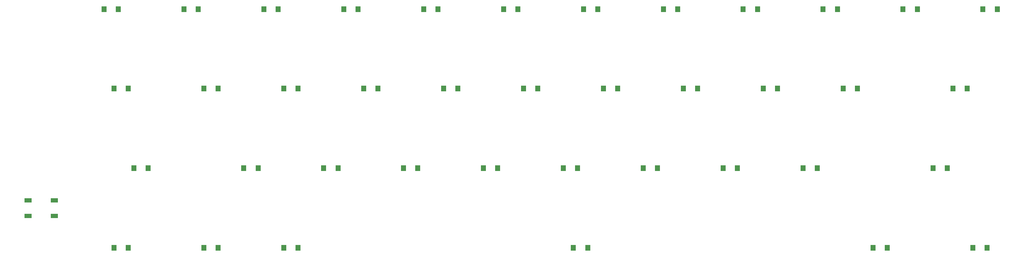
<source format=gbp>
%TF.GenerationSoftware,KiCad,Pcbnew,(5.1.10)-1*%
%TF.CreationDate,2022-03-22T21:52:09-04:00*%
%TF.ProjectId,Keeber40,4b656562-6572-4343-902e-6b696361645f,rev?*%
%TF.SameCoordinates,Original*%
%TF.FileFunction,Paste,Bot*%
%TF.FilePolarity,Positive*%
%FSLAX46Y46*%
G04 Gerber Fmt 4.6, Leading zero omitted, Abs format (unit mm)*
G04 Created by KiCad (PCBNEW (5.1.10)-1) date 2022-03-22 21:52:09*
%MOMM*%
%LPD*%
G01*
G04 APERTURE LIST*
%ADD10R,1.200000X1.400000*%
%ADD11R,1.700000X1.000000*%
G04 APERTURE END LIST*
D10*
%TO.C,D1*%
X63606000Y-90478000D03*
X60206000Y-90478000D03*
%TD*%
%TO.C,D2*%
X65987000Y-109526000D03*
X62587000Y-109526000D03*
%TD*%
%TO.C,D3*%
X70749000Y-128574000D03*
X67349000Y-128574000D03*
%TD*%
%TO.C,D4*%
X62587000Y-147622000D03*
X65987000Y-147622000D03*
%TD*%
%TO.C,D5*%
X79254000Y-90478000D03*
X82654000Y-90478000D03*
%TD*%
%TO.C,D6*%
X84016000Y-109526000D03*
X87416000Y-109526000D03*
%TD*%
%TO.C,D7*%
X87416000Y-147622000D03*
X84016000Y-147622000D03*
%TD*%
%TO.C,D8*%
X101702000Y-90478000D03*
X98302000Y-90478000D03*
%TD*%
%TO.C,D9*%
X106464000Y-109526000D03*
X103064000Y-109526000D03*
%TD*%
%TO.C,D10*%
X93540000Y-128574000D03*
X96940000Y-128574000D03*
%TD*%
%TO.C,D11*%
X103064000Y-147622000D03*
X106464000Y-147622000D03*
%TD*%
%TO.C,D12*%
X117350000Y-90478000D03*
X120750000Y-90478000D03*
%TD*%
%TO.C,D13*%
X122112000Y-109526000D03*
X125512000Y-109526000D03*
%TD*%
%TO.C,D14*%
X115988000Y-128574000D03*
X112588000Y-128574000D03*
%TD*%
%TO.C,D15*%
X139798000Y-90478000D03*
X136398000Y-90478000D03*
%TD*%
%TO.C,D16*%
X144560000Y-109526000D03*
X141160000Y-109526000D03*
%TD*%
%TO.C,D17*%
X135036000Y-128574000D03*
X131636000Y-128574000D03*
%TD*%
%TO.C,D18*%
X155446000Y-90478000D03*
X158846000Y-90478000D03*
%TD*%
%TO.C,D19*%
X160208000Y-109526000D03*
X163608000Y-109526000D03*
%TD*%
%TO.C,D20*%
X150684000Y-128574000D03*
X154084000Y-128574000D03*
%TD*%
%TO.C,D21*%
X177894000Y-90478000D03*
X174494000Y-90478000D03*
%TD*%
%TO.C,D22*%
X179256000Y-109526000D03*
X182656000Y-109526000D03*
%TD*%
%TO.C,D23*%
X169732000Y-128574000D03*
X173132000Y-128574000D03*
%TD*%
%TO.C,D24*%
X175513000Y-147622000D03*
X172113000Y-147622000D03*
%TD*%
%TO.C,D25*%
X193542000Y-90478000D03*
X196942000Y-90478000D03*
%TD*%
%TO.C,D26*%
X201704000Y-109526000D03*
X198304000Y-109526000D03*
%TD*%
%TO.C,D27*%
X192180000Y-128574000D03*
X188780000Y-128574000D03*
%TD*%
%TO.C,D28*%
X215990000Y-90478000D03*
X212590000Y-90478000D03*
%TD*%
%TO.C,D29*%
X217352000Y-109526000D03*
X220752000Y-109526000D03*
%TD*%
%TO.C,D30*%
X207828000Y-128574000D03*
X211228000Y-128574000D03*
%TD*%
%TO.C,D31*%
X231638000Y-90478000D03*
X235038000Y-90478000D03*
%TD*%
%TO.C,D32*%
X239800000Y-109526000D03*
X236400000Y-109526000D03*
%TD*%
%TO.C,D33*%
X230276000Y-128574000D03*
X226876000Y-128574000D03*
%TD*%
%TO.C,D34*%
X254086000Y-90478000D03*
X250686000Y-90478000D03*
%TD*%
%TO.C,D35*%
X265991000Y-109526000D03*
X262591000Y-109526000D03*
%TD*%
%TO.C,D36*%
X257829000Y-128574000D03*
X261229000Y-128574000D03*
%TD*%
%TO.C,D37*%
X243543000Y-147622000D03*
X246943000Y-147622000D03*
%TD*%
%TO.C,D38*%
X269734000Y-90478000D03*
X273134000Y-90478000D03*
%TD*%
%TO.C,D39*%
X267353000Y-147622000D03*
X270753000Y-147622000D03*
%TD*%
D11*
%TO.C,Reset*%
X48389000Y-136198000D03*
X42089000Y-136198000D03*
X48389000Y-139998000D03*
X42089000Y-139998000D03*
%TD*%
M02*

</source>
